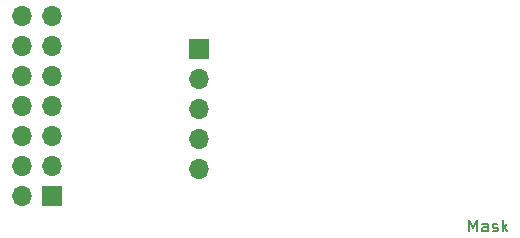
<source format=gbr>
%TF.GenerationSoftware,KiCad,Pcbnew,7.0.10*%
%TF.CreationDate,2024-07-25T10:46:56+01:00*%
%TF.ProjectId,RL78I1C_PMOD_PROG_ADAPTOR_NON_ISO,524c3738-4931-4435-9f50-4d4f445f5052,0*%
%TF.SameCoordinates,Original*%
%TF.FileFunction,Soldermask,Bot*%
%TF.FilePolarity,Negative*%
%FSLAX46Y46*%
G04 Gerber Fmt 4.6, Leading zero omitted, Abs format (unit mm)*
G04 Created by KiCad (PCBNEW 7.0.10) date 2024-07-25 10:46:56*
%MOMM*%
%LPD*%
G01*
G04 APERTURE LIST*
%ADD10C,0.150000*%
%ADD11R,1.700000X1.700000*%
%ADD12O,1.700000X1.700000*%
G04 APERTURE END LIST*
D10*
X178536779Y-104769819D02*
X178536779Y-103769819D01*
X178536779Y-103769819D02*
X178870112Y-104484104D01*
X178870112Y-104484104D02*
X179203445Y-103769819D01*
X179203445Y-103769819D02*
X179203445Y-104769819D01*
X180108207Y-104769819D02*
X180108207Y-104246009D01*
X180108207Y-104246009D02*
X180060588Y-104150771D01*
X180060588Y-104150771D02*
X179965350Y-104103152D01*
X179965350Y-104103152D02*
X179774874Y-104103152D01*
X179774874Y-104103152D02*
X179679636Y-104150771D01*
X180108207Y-104722200D02*
X180012969Y-104769819D01*
X180012969Y-104769819D02*
X179774874Y-104769819D01*
X179774874Y-104769819D02*
X179679636Y-104722200D01*
X179679636Y-104722200D02*
X179632017Y-104626961D01*
X179632017Y-104626961D02*
X179632017Y-104531723D01*
X179632017Y-104531723D02*
X179679636Y-104436485D01*
X179679636Y-104436485D02*
X179774874Y-104388866D01*
X179774874Y-104388866D02*
X180012969Y-104388866D01*
X180012969Y-104388866D02*
X180108207Y-104341247D01*
X180536779Y-104722200D02*
X180632017Y-104769819D01*
X180632017Y-104769819D02*
X180822493Y-104769819D01*
X180822493Y-104769819D02*
X180917731Y-104722200D01*
X180917731Y-104722200D02*
X180965350Y-104626961D01*
X180965350Y-104626961D02*
X180965350Y-104579342D01*
X180965350Y-104579342D02*
X180917731Y-104484104D01*
X180917731Y-104484104D02*
X180822493Y-104436485D01*
X180822493Y-104436485D02*
X180679636Y-104436485D01*
X180679636Y-104436485D02*
X180584398Y-104388866D01*
X180584398Y-104388866D02*
X180536779Y-104293628D01*
X180536779Y-104293628D02*
X180536779Y-104246009D01*
X180536779Y-104246009D02*
X180584398Y-104150771D01*
X180584398Y-104150771D02*
X180679636Y-104103152D01*
X180679636Y-104103152D02*
X180822493Y-104103152D01*
X180822493Y-104103152D02*
X180917731Y-104150771D01*
X181393922Y-104769819D02*
X181393922Y-103769819D01*
X181489160Y-104388866D02*
X181774874Y-104769819D01*
X181774874Y-104103152D02*
X181393922Y-104484104D01*
D11*
%TO.C,J1*%
X143270400Y-101767200D03*
D12*
X140730400Y-101767200D03*
X143270400Y-99227200D03*
X140730400Y-99227200D03*
X143270400Y-96687200D03*
X140730400Y-96687200D03*
X143270400Y-94147200D03*
X140730400Y-94147200D03*
X143270400Y-91607200D03*
X140730400Y-91607200D03*
X143270400Y-89067200D03*
X140730400Y-89067200D03*
X143270400Y-86527200D03*
X140730400Y-86527200D03*
%TD*%
D11*
%TO.C,J2*%
X155700000Y-89325000D03*
D12*
X155700000Y-91865000D03*
X155700000Y-94405000D03*
X155700000Y-96945000D03*
X155700000Y-99485000D03*
%TD*%
M02*

</source>
